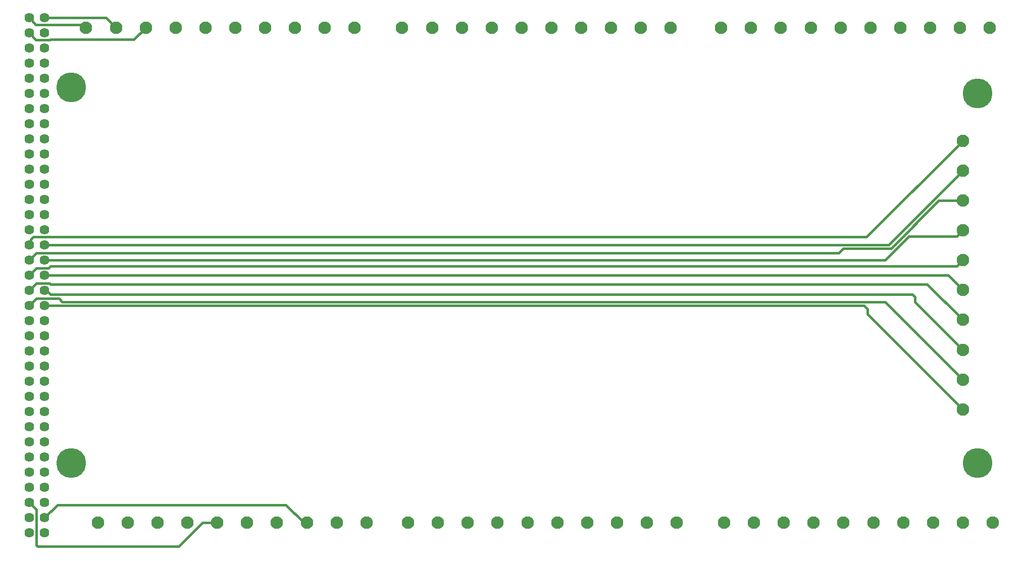
<source format=gbl>
G04*
G04 #@! TF.GenerationSoftware,Altium Limited,Altium Designer,20.0.11 (256)*
G04*
G04 Layer_Physical_Order=2*
G04 Layer_Color=16711680*
%FSLAX25Y25*%
%MOIN*%
G70*
G01*
G75*
%ADD10C,0.01500*%
%ADD18C,0.08268*%
%ADD19C,0.19685*%
%ADD20C,0.06378*%
D10*
X41339Y279528D02*
X49213Y287402D01*
X-13780Y279528D02*
X41339D01*
X-27716Y283858D02*
X-23178Y279319D01*
X-13988D01*
X-13780Y279528D01*
X-15836Y289319D02*
X-15786Y289370D01*
X6043D01*
X8011Y287402D01*
X-23178Y289319D02*
X-15836D01*
X8011Y287402D02*
X9843D01*
X-27716Y293858D02*
X-23178Y289319D01*
X-17717Y293858D02*
X23071D01*
X29528Y287402D01*
X-23028Y-54239D02*
X-22149Y-55118D01*
X70960D01*
X-23028Y-54239D02*
Y-30831D01*
X86708Y-39370D02*
X96457D01*
X70960Y-55118D02*
X86708Y-39370D01*
X153543Y-39370D02*
X155512Y-41339D01*
X-17717Y-36142D02*
X-9134Y-27559D01*
X141732D02*
X153543Y-39370D01*
X-9134Y-27559D02*
X141732D01*
X-27716Y-26142D02*
X-23028Y-30831D01*
X525591Y98425D02*
Y101776D01*
X-17717Y103858D02*
X523509D01*
X525591Y101776D01*
Y98425D02*
X588583Y35433D01*
X537402Y106299D02*
X588583Y55118D01*
X-5906Y106299D02*
X537402D01*
X-8154Y108547D02*
X-5906Y106299D01*
X-27716Y103858D02*
X-23028Y108547D01*
X-8154D01*
X555497Y111240D02*
X557087Y109650D01*
X-17717Y113858D02*
X-16322D01*
X-13704Y111240D02*
X555497D01*
X-16322Y113858D02*
X-13704Y111240D01*
X557087Y106299D02*
Y109650D01*
Y106299D02*
X588583Y74803D01*
X564961Y118110D02*
X588583Y94488D01*
X-13780Y118110D02*
X564961D01*
X-27716Y113858D02*
X-23028Y118547D01*
X-14217D01*
X-13780Y118110D01*
X-17717Y123858D02*
X578898D01*
X588583Y114173D01*
X588489Y133858D02*
X588583D01*
X584552Y129921D02*
X588489Y133858D01*
X-13780Y129921D02*
X584552D01*
X-17717Y133858D02*
X537402D01*
X553150Y149606D01*
X541339Y141732D02*
X572835Y173228D01*
X509842Y141732D02*
X541339D01*
X-27716Y133858D02*
X-23028Y138547D01*
X506658D02*
X509842Y141732D01*
X-23028Y138547D02*
X506658D01*
X-27716Y123858D02*
X-23028Y128547D01*
X-15154D01*
X-13780Y129921D01*
X588489Y153543D02*
X588583D01*
X584552Y149606D02*
X588489Y153543D01*
X553150Y149606D02*
X584552D01*
X-17717Y143858D02*
X539528D01*
X525153Y149169D02*
X588583Y212598D01*
X-25153Y149169D02*
X525153D01*
X539528Y143858D02*
X588583Y192913D01*
X-27716Y143858D02*
X-26687Y144887D01*
Y147635D02*
X-25153Y149169D01*
X-26687Y144887D02*
Y147635D01*
X572835Y173228D02*
X588583D01*
D18*
X187008Y287402D02*
D03*
X167323D02*
D03*
X147638D02*
D03*
X127953D02*
D03*
X108268D02*
D03*
X88583D02*
D03*
X68898D02*
D03*
X49213D02*
D03*
X29528D02*
D03*
X9843D02*
D03*
X218504D02*
D03*
X238189D02*
D03*
X257874D02*
D03*
X277559D02*
D03*
X297244D02*
D03*
X316929D02*
D03*
X336614D02*
D03*
X356299D02*
D03*
X375984D02*
D03*
X395669D02*
D03*
X606299D02*
D03*
X586614D02*
D03*
X566929D02*
D03*
X547244D02*
D03*
X527559D02*
D03*
X507874D02*
D03*
X488189D02*
D03*
X468504D02*
D03*
X448819D02*
D03*
X429134D02*
D03*
X588583Y35433D02*
D03*
Y55118D02*
D03*
Y74803D02*
D03*
Y94488D02*
D03*
Y114173D02*
D03*
Y133858D02*
D03*
Y153543D02*
D03*
Y173228D02*
D03*
Y192913D02*
D03*
Y212598D02*
D03*
X608268Y-39370D02*
D03*
X588583D02*
D03*
X568898D02*
D03*
X549213D02*
D03*
X529528D02*
D03*
X509842D02*
D03*
X490158D02*
D03*
X470472D02*
D03*
X450787D02*
D03*
X431102D02*
D03*
X222441Y-39370D02*
D03*
X242126D02*
D03*
X261811D02*
D03*
X281496D02*
D03*
X301181D02*
D03*
X320866D02*
D03*
X340551D02*
D03*
X360236D02*
D03*
X379921D02*
D03*
X399606D02*
D03*
X17717Y-39370D02*
D03*
X37402D02*
D03*
X57087D02*
D03*
X76772D02*
D03*
X96457D02*
D03*
X116142D02*
D03*
X135827D02*
D03*
X155512D02*
D03*
X175197D02*
D03*
X194882D02*
D03*
D19*
X598425Y244094D02*
D03*
Y0D02*
D03*
X0D02*
D03*
Y248031D02*
D03*
D20*
X-17717Y-46142D02*
D03*
X-27716D02*
D03*
X-17717Y-36142D02*
D03*
X-27716D02*
D03*
X-17717Y-26142D02*
D03*
X-27716D02*
D03*
X-17717Y-16142D02*
D03*
X-27716D02*
D03*
X-17717Y-6142D02*
D03*
X-27716D02*
D03*
X-17717Y3858D02*
D03*
X-27716D02*
D03*
X-17717Y13858D02*
D03*
X-27716D02*
D03*
X-17717Y23858D02*
D03*
X-27716D02*
D03*
X-17717Y33858D02*
D03*
X-27716D02*
D03*
X-17717Y43858D02*
D03*
X-27716D02*
D03*
X-17717Y53858D02*
D03*
X-27716D02*
D03*
X-17717Y63858D02*
D03*
X-27716D02*
D03*
X-17717Y73858D02*
D03*
X-27716D02*
D03*
X-17717Y83858D02*
D03*
X-27716D02*
D03*
X-17717Y93858D02*
D03*
X-27716D02*
D03*
X-17717Y103858D02*
D03*
X-27716D02*
D03*
X-17717Y113858D02*
D03*
X-27716D02*
D03*
X-17717Y123858D02*
D03*
X-27716D02*
D03*
X-17717Y133858D02*
D03*
X-27716D02*
D03*
X-17717Y143858D02*
D03*
X-27716D02*
D03*
X-17717Y153858D02*
D03*
X-27716D02*
D03*
X-17717Y163858D02*
D03*
X-27716D02*
D03*
X-17717Y173858D02*
D03*
X-27716D02*
D03*
X-17717Y183858D02*
D03*
X-27716D02*
D03*
X-17717Y193858D02*
D03*
X-27716D02*
D03*
X-17717Y203858D02*
D03*
X-27716D02*
D03*
X-17717Y213858D02*
D03*
X-27716D02*
D03*
X-17717Y223858D02*
D03*
X-27716D02*
D03*
X-17717Y233858D02*
D03*
X-27716D02*
D03*
X-17717Y243858D02*
D03*
X-27716D02*
D03*
X-17717Y253858D02*
D03*
X-27716D02*
D03*
X-17717Y263858D02*
D03*
X-27716D02*
D03*
X-17717Y273858D02*
D03*
X-27716D02*
D03*
X-17717Y283858D02*
D03*
X-27716D02*
D03*
X-17717Y293858D02*
D03*
X-27716D02*
D03*
M02*

</source>
